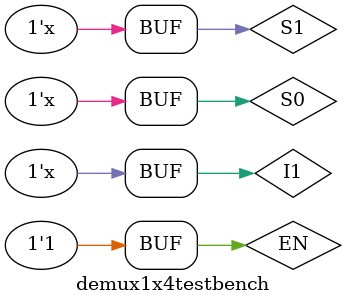
<source format=v>
`timescale 1ns / 1ps


module demux1x4testbench;

	// Inputs
	reg EN;
	reg I1;
	reg S1;
	reg S0;

	// Outputs
	wire m1;
	wire m2;
	wire m3;
	wire m4;

	// Instantiate the Unit Under Test (UUT)
	demux1x4 uut (
		.EN(EN), 
		.I1(I1), 
		.S1(S1), 
		.S0(S0), 
		.m1(m1), 
		.m2(m2), 
		.m3(m3), 
		.m4(m4)
	);

	initial begin
		// Initialize Inputs
		EN = 1;
		I1 = 0;
		S1 = 0;
		S0 = 0;

		// Wait 100 ns for global reset to finish
		#100;
        
		// Add stimulus here

	end
	
	always #1 I1=~I1;
	always #2 S0=~S0;
	always #4 S1=~S1;
      
endmodule


</source>
